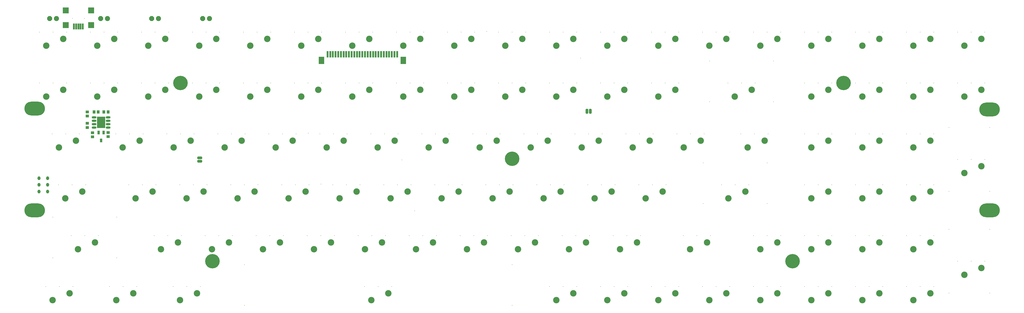
<source format=gbs>
G04 Layer_Color=16711935*
%FSLAX25Y25*%
%MOIN*%
G70*
G01*
G75*
G04:AMPARAMS|DCode=40|XSize=39.5mil|YSize=70.99mil|CornerRadius=11.87mil|HoleSize=0mil|Usage=FLASHONLY|Rotation=0.000|XOffset=0mil|YOffset=0mil|HoleType=Round|Shape=RoundedRectangle|*
%AMROUNDEDRECTD40*
21,1,0.03950,0.04724,0,0,0.0*
21,1,0.01575,0.07099,0,0,0.0*
1,1,0.02375,0.00787,-0.02362*
1,1,0.02375,-0.00787,-0.02362*
1,1,0.02375,-0.00787,0.02362*
1,1,0.02375,0.00787,0.02362*
%
%ADD40ROUNDEDRECTD40*%
G04:AMPARAMS|DCode=41|XSize=39.5mil|YSize=70.99mil|CornerRadius=11.87mil|HoleSize=0mil|Usage=FLASHONLY|Rotation=90.000|XOffset=0mil|YOffset=0mil|HoleType=Round|Shape=RoundedRectangle|*
%AMROUNDEDRECTD41*
21,1,0.03950,0.04724,0,0,90.0*
21,1,0.01575,0.07099,0,0,90.0*
1,1,0.02375,0.02362,0.00787*
1,1,0.02375,0.02362,-0.00787*
1,1,0.02375,-0.02362,-0.00787*
1,1,0.02375,-0.02362,0.00787*
%
%ADD41ROUNDEDRECTD41*%
%ADD42C,0.00800*%
%ADD43R,0.04068X0.04068*%
%ADD44C,0.04068*%
%ADD46O,0.04343X0.05524*%
%ADD47R,0.04068X0.04068*%
%ADD48C,0.21272*%
%ADD49O,0.30328X0.20485*%
%ADD50C,0.09461*%
%ADD51P,0.08110X8X22.5*%
%ADD52C,0.07493*%
%ADD53R,0.08674X0.08674*%
%ADD54R,0.08674X0.08800*%
%ADD55R,0.02847X0.08674*%
%ADD56R,0.04658X0.04461*%
%ADD57R,0.03359X0.05328*%
%ADD58R,0.04461X0.04658*%
%ADD59O,0.07099X0.03162*%
%ADD60R,0.12217X0.16548*%
%ADD61R,0.07887X0.11036*%
%ADD62R,0.03162X0.09461*%
D40*
X826700Y293700D02*
D03*
X821779D02*
D03*
D41*
X252600Y220079D02*
D03*
Y225000D02*
D03*
D42*
X674615Y411236D02*
D03*
X812410Y371866D02*
D03*
X549909Y221861D02*
D03*
X568665Y146866D02*
D03*
X430870Y186236D02*
D03*
X412114Y261231D02*
D03*
X82711Y430615D02*
D03*
X65389D02*
D03*
X318062Y67732D02*
D03*
Y7732D02*
D03*
X711765D02*
D03*
Y67732D02*
D03*
X1414281Y269609D02*
D03*
X1354281D02*
D03*
Y175613D02*
D03*
X1414281D02*
D03*
Y119632D02*
D03*
X1354281D02*
D03*
Y25636D02*
D03*
X1414281D02*
D03*
X1096278Y307732D02*
D03*
Y367732D02*
D03*
X1002282D02*
D03*
Y307732D02*
D03*
X1086902Y157732D02*
D03*
Y217732D02*
D03*
X992906D02*
D03*
Y157732D02*
D03*
X36657Y137732D02*
D03*
Y77732D02*
D03*
X130653D02*
D03*
Y137732D02*
D03*
X956782Y35232D02*
D03*
X916782D02*
D03*
X936782D02*
D03*
X806782D02*
D03*
X766782D02*
D03*
X786782D02*
D03*
X956783Y335232D02*
D03*
X916783D02*
D03*
X936783D02*
D03*
X881783D02*
D03*
X841783D02*
D03*
X861783D02*
D03*
X825537Y110232D02*
D03*
X785537D02*
D03*
X805537D02*
D03*
X900537D02*
D03*
X860537D02*
D03*
X880537D02*
D03*
X806783Y335232D02*
D03*
X766783D02*
D03*
X786783D02*
D03*
X131783D02*
D03*
X91783D02*
D03*
X111783D02*
D03*
X206783D02*
D03*
X166783D02*
D03*
X186783D02*
D03*
X281783D02*
D03*
X241783D02*
D03*
X261783D02*
D03*
X356783D02*
D03*
X316783D02*
D03*
X336783D02*
D03*
X431783D02*
D03*
X391783D02*
D03*
X411783D02*
D03*
X506783D02*
D03*
X466783D02*
D03*
X486783D02*
D03*
X581783D02*
D03*
X541783D02*
D03*
X561783D02*
D03*
X656783D02*
D03*
X616783D02*
D03*
X636783D02*
D03*
X731783D02*
D03*
X691783D02*
D03*
X711783D02*
D03*
X919281Y260227D02*
D03*
X879282D02*
D03*
X899282D02*
D03*
X1088033D02*
D03*
X1048033D02*
D03*
X1068033D02*
D03*
X994282D02*
D03*
X954282D02*
D03*
X974282D02*
D03*
X253659Y35232D02*
D03*
X213659D02*
D03*
X233659D02*
D03*
X188037Y185232D02*
D03*
X148037D02*
D03*
X168036D02*
D03*
X1069282Y335232D02*
D03*
X1029282D02*
D03*
X1049282D02*
D03*
X525537Y110232D02*
D03*
X485537D02*
D03*
X505537D02*
D03*
X84911Y185232D02*
D03*
X44911D02*
D03*
X64911D02*
D03*
X375537Y110232D02*
D03*
X335537D02*
D03*
X355537D02*
D03*
X66158Y35232D02*
D03*
X26158D02*
D03*
X46158D02*
D03*
X1106782Y410232D02*
D03*
X1066782D02*
D03*
X1086782D02*
D03*
X1106782Y35232D02*
D03*
X1066782D02*
D03*
X1086782D02*
D03*
X338037Y185232D02*
D03*
X298037D02*
D03*
X318037D02*
D03*
X1256782Y410232D02*
D03*
X1216782D02*
D03*
X1236782D02*
D03*
X1059906Y185232D02*
D03*
X1019906D02*
D03*
X1039906D02*
D03*
X56783Y410232D02*
D03*
X16783D02*
D03*
X36783D02*
D03*
X319281Y260227D02*
D03*
X279281D02*
D03*
X299281D02*
D03*
X131783Y410232D02*
D03*
X91783D02*
D03*
X111783D02*
D03*
X206783D02*
D03*
X166783D02*
D03*
X186783D02*
D03*
X281783D02*
D03*
X241783D02*
D03*
X261783D02*
D03*
X356783D02*
D03*
X316783D02*
D03*
X336783D02*
D03*
X431783D02*
D03*
X391783D02*
D03*
X411783D02*
D03*
X506783D02*
D03*
X466783D02*
D03*
X486783D02*
D03*
X581783D02*
D03*
X541783D02*
D03*
X561783D02*
D03*
X656782D02*
D03*
X616783D02*
D03*
X636783D02*
D03*
X731782D02*
D03*
X691782D02*
D03*
X711782D02*
D03*
X806782D02*
D03*
X766782D02*
D03*
X786782D02*
D03*
X881782D02*
D03*
X841782D02*
D03*
X861782D02*
D03*
X956782D02*
D03*
X916782D02*
D03*
X936782D02*
D03*
X881782Y35232D02*
D03*
X841782D02*
D03*
X861782D02*
D03*
X413037Y185232D02*
D03*
X373037D02*
D03*
X393037D02*
D03*
X488037D02*
D03*
X448037D02*
D03*
X468037D02*
D03*
X1181782Y410232D02*
D03*
X1141782D02*
D03*
X1161782D02*
D03*
X563037Y185232D02*
D03*
X523037D02*
D03*
X543037D02*
D03*
X694281Y260227D02*
D03*
X654281D02*
D03*
X674281D02*
D03*
X638037Y185232D02*
D03*
X598037D02*
D03*
X618037D02*
D03*
X713037D02*
D03*
X673037D02*
D03*
X693037D02*
D03*
X1031782Y35232D02*
D03*
X991782D02*
D03*
X1011782D02*
D03*
X788037Y185232D02*
D03*
X748037D02*
D03*
X768037D02*
D03*
X675537Y110232D02*
D03*
X635537D02*
D03*
X655537D02*
D03*
X600537D02*
D03*
X560537D02*
D03*
X580537D02*
D03*
X1256782Y35232D02*
D03*
X1216782D02*
D03*
X1236782D02*
D03*
X1181782Y110232D02*
D03*
X1141782D02*
D03*
X1161782D02*
D03*
X1256782D02*
D03*
X1216782D02*
D03*
X1236782D02*
D03*
X1331782D02*
D03*
X1291782D02*
D03*
X1311782D02*
D03*
X1181782Y185232D02*
D03*
X1141782D02*
D03*
X1161782D02*
D03*
X1256782D02*
D03*
X1216782D02*
D03*
X1236782D02*
D03*
X1331782D02*
D03*
X1291782D02*
D03*
X1311782D02*
D03*
X1181782Y260232D02*
D03*
X1141782D02*
D03*
X1161782D02*
D03*
X1256782D02*
D03*
X1216782D02*
D03*
X1236782D02*
D03*
X1331782D02*
D03*
X1291782D02*
D03*
X1311782D02*
D03*
X1331782Y335232D02*
D03*
X1291782D02*
D03*
X1311782D02*
D03*
X1406781Y222613D02*
D03*
X1366781D02*
D03*
X1386781D02*
D03*
X1406782Y335232D02*
D03*
X1366782D02*
D03*
X1386782D02*
D03*
X1331782Y35232D02*
D03*
X1291782D02*
D03*
X1311782D02*
D03*
X1256782Y335232D02*
D03*
X1216782D02*
D03*
X1236782D02*
D03*
X1406781Y72636D02*
D03*
X1366781D02*
D03*
X1386781D02*
D03*
X1181782Y335232D02*
D03*
X1141782D02*
D03*
X1161782D02*
D03*
X769281Y260227D02*
D03*
X729281D02*
D03*
X749281D02*
D03*
X1406781Y410232D02*
D03*
X1366781D02*
D03*
X1386781D02*
D03*
X1331782Y410232D02*
D03*
X1291782D02*
D03*
X1311782D02*
D03*
X844281Y260227D02*
D03*
X804281D02*
D03*
X824281D02*
D03*
X169281D02*
D03*
X129281D02*
D03*
X149281D02*
D03*
X1181782Y35232D02*
D03*
X1141782D02*
D03*
X1161782D02*
D03*
X394281Y260227D02*
D03*
X354281D02*
D03*
X374281D02*
D03*
X103653Y110232D02*
D03*
X63653D02*
D03*
X83653D02*
D03*
X1003654D02*
D03*
X963654D02*
D03*
X983654D02*
D03*
X534911Y35232D02*
D03*
X494911D02*
D03*
X514912D02*
D03*
X263037Y185232D02*
D03*
X223037D02*
D03*
X243037D02*
D03*
X469281Y260227D02*
D03*
X429281D02*
D03*
X449281D02*
D03*
X1106782Y110232D02*
D03*
X1066782D02*
D03*
X1086782D02*
D03*
X619281Y260227D02*
D03*
X579281D02*
D03*
X599281D02*
D03*
X450537Y110232D02*
D03*
X410537D02*
D03*
X430537D02*
D03*
X159909Y35232D02*
D03*
X119909D02*
D03*
X139909D02*
D03*
X244281Y260227D02*
D03*
X204281D02*
D03*
X224281D02*
D03*
X300537Y110232D02*
D03*
X260537D02*
D03*
X280537D02*
D03*
X544281Y260227D02*
D03*
X504281D02*
D03*
X524281D02*
D03*
X225536Y110232D02*
D03*
X185537D02*
D03*
X205537D02*
D03*
X56783Y335232D02*
D03*
X16783D02*
D03*
X36783D02*
D03*
X750537Y110232D02*
D03*
X710537D02*
D03*
X730537D02*
D03*
X75536Y260227D02*
D03*
X35536D02*
D03*
X55536D02*
D03*
X1031782Y410232D02*
D03*
X991782D02*
D03*
X1011782D02*
D03*
X863037Y185232D02*
D03*
X823037D02*
D03*
X843037D02*
D03*
X938037D02*
D03*
X898037D02*
D03*
X918037D02*
D03*
D43*
X252600Y220079D02*
D03*
D44*
Y225000D02*
D03*
X821779Y293700D02*
D03*
D46*
X16235Y195075D02*
D03*
Y185232D02*
D03*
Y175390D02*
D03*
X28833Y175390D02*
D03*
Y185232D02*
D03*
Y195075D02*
D03*
D47*
X826700Y293700D02*
D03*
D48*
X224281Y335232D02*
D03*
X271156Y72733D02*
D03*
X711789Y223556D02*
D03*
X1124282Y72733D02*
D03*
X1199282Y335232D02*
D03*
D49*
X9867Y147719D02*
D03*
Y297730D02*
D03*
X1413709Y147722D02*
D03*
Y296421D02*
D03*
D50*
X951782Y25232D02*
D03*
X926782Y15232D02*
D03*
X801782Y25232D02*
D03*
X776782Y15232D02*
D03*
X951783Y325232D02*
D03*
X926783Y315232D02*
D03*
X876783Y325232D02*
D03*
X851783Y315232D02*
D03*
X820537Y100232D02*
D03*
X795537Y90232D02*
D03*
X895537Y100232D02*
D03*
X870537Y90232D02*
D03*
X801783Y325232D02*
D03*
X776783Y315232D02*
D03*
X126783Y325232D02*
D03*
X101783Y315232D02*
D03*
X201783Y325232D02*
D03*
X176783Y315232D02*
D03*
X276783Y325232D02*
D03*
X251783Y315232D02*
D03*
X351783Y325232D02*
D03*
X326783Y315232D02*
D03*
X426783Y325232D02*
D03*
X401783Y315232D02*
D03*
X501783Y325232D02*
D03*
X476783Y315232D02*
D03*
X576783Y325232D02*
D03*
X551783Y315232D02*
D03*
X651783Y325232D02*
D03*
X626783Y315232D02*
D03*
X726783Y325232D02*
D03*
X701783Y315232D02*
D03*
X914281Y250227D02*
D03*
X889281Y240227D02*
D03*
X1083033Y250227D02*
D03*
X1058033Y240227D02*
D03*
X989282Y250227D02*
D03*
X964282Y240227D02*
D03*
X248659Y25232D02*
D03*
X223659Y15232D02*
D03*
X183036Y175232D02*
D03*
X158036Y165232D02*
D03*
X1064282Y325232D02*
D03*
X1039282Y315232D02*
D03*
X520537Y100232D02*
D03*
X495537Y90232D02*
D03*
X79911Y175232D02*
D03*
X54911Y165232D02*
D03*
X370537Y100232D02*
D03*
X345537Y90232D02*
D03*
X61159Y25232D02*
D03*
X36158Y15232D02*
D03*
X1101782Y400232D02*
D03*
X1076782Y390232D02*
D03*
X1101782Y25232D02*
D03*
X1076782Y15232D02*
D03*
X333037Y175232D02*
D03*
X308037Y165232D02*
D03*
X1251782Y400232D02*
D03*
X1226782Y390232D02*
D03*
X1054906Y175232D02*
D03*
X1029906Y165232D02*
D03*
X51783Y400232D02*
D03*
X26783Y390232D02*
D03*
X314281Y250227D02*
D03*
X289281Y240227D02*
D03*
X126783Y400232D02*
D03*
X101783Y390232D02*
D03*
X201783Y400232D02*
D03*
X176783Y390232D02*
D03*
X276783Y400232D02*
D03*
X251783Y390232D02*
D03*
X351783Y400232D02*
D03*
X326783Y390232D02*
D03*
X426783Y400232D02*
D03*
X401783Y390232D02*
D03*
X501783Y400232D02*
D03*
X476783Y390232D02*
D03*
X576783Y400232D02*
D03*
X551783Y390232D02*
D03*
X651783Y400232D02*
D03*
X626783Y390232D02*
D03*
X726782Y400232D02*
D03*
X701782Y390232D02*
D03*
X801782Y400232D02*
D03*
X776782Y390232D02*
D03*
X876782Y400232D02*
D03*
X851782Y390232D02*
D03*
X951782Y400232D02*
D03*
X926782Y390232D02*
D03*
X876782Y25232D02*
D03*
X851782Y15232D02*
D03*
X408037Y175232D02*
D03*
X383037Y165232D02*
D03*
X483037Y175232D02*
D03*
X458037Y165232D02*
D03*
X1176782Y400232D02*
D03*
X1151782Y390232D02*
D03*
X558037Y175232D02*
D03*
X533037Y165232D02*
D03*
X689281Y250227D02*
D03*
X664281Y240227D02*
D03*
X633037Y175232D02*
D03*
X608037Y165232D02*
D03*
X708037Y175232D02*
D03*
X683037Y165232D02*
D03*
X1026782Y25232D02*
D03*
X1001782Y15232D02*
D03*
X783037Y175232D02*
D03*
X758037Y165232D02*
D03*
X670537Y100232D02*
D03*
X645537Y90232D02*
D03*
X595537Y100232D02*
D03*
X570537Y90232D02*
D03*
X1251782Y25232D02*
D03*
X1226782Y15232D02*
D03*
X1176782Y100232D02*
D03*
X1151782Y90232D02*
D03*
X1251782Y100232D02*
D03*
X1226782Y90232D02*
D03*
X1326782Y100232D02*
D03*
X1301782Y90232D02*
D03*
X1176782Y175232D02*
D03*
X1151782Y165232D02*
D03*
X1251782Y175232D02*
D03*
X1226782Y165232D02*
D03*
X1326782Y175232D02*
D03*
X1301782Y165232D02*
D03*
X1176782Y250232D02*
D03*
X1151782Y240232D02*
D03*
X1251782Y250232D02*
D03*
X1226782Y240232D02*
D03*
X1326782Y250232D02*
D03*
X1301782Y240232D02*
D03*
X1326782Y325232D02*
D03*
X1301782Y315232D02*
D03*
X1401781Y212613D02*
D03*
X1376781Y202613D02*
D03*
X1401782Y325232D02*
D03*
X1376782Y315232D02*
D03*
X1326782Y25232D02*
D03*
X1301782Y15232D02*
D03*
X1251782Y325232D02*
D03*
X1226782Y315232D02*
D03*
X1401781Y62636D02*
D03*
X1376781Y52636D02*
D03*
X1176782Y325232D02*
D03*
X1151782Y315232D02*
D03*
X764281Y250227D02*
D03*
X739281Y240227D02*
D03*
X1401781Y400232D02*
D03*
X1376781Y390232D02*
D03*
X1326782Y400232D02*
D03*
X1301782Y390232D02*
D03*
X839281Y250227D02*
D03*
X814281Y240227D02*
D03*
X164281Y250227D02*
D03*
X139281Y240227D02*
D03*
X1176782Y25232D02*
D03*
X1151782Y15232D02*
D03*
X389281Y250227D02*
D03*
X364281Y240227D02*
D03*
X98653Y100232D02*
D03*
X73653Y90232D02*
D03*
X998654Y100232D02*
D03*
X973654Y90232D02*
D03*
X529912Y25232D02*
D03*
X504912Y15232D02*
D03*
X258037Y175232D02*
D03*
X233037Y165232D02*
D03*
X464281Y250227D02*
D03*
X439281Y240227D02*
D03*
X1101782Y100232D02*
D03*
X1076782Y90232D02*
D03*
X614281Y250227D02*
D03*
X589281Y240227D02*
D03*
X445537Y100232D02*
D03*
X420537Y90232D02*
D03*
X154909Y25232D02*
D03*
X129909Y15232D02*
D03*
X239281Y250227D02*
D03*
X214281Y240227D02*
D03*
X295537Y100232D02*
D03*
X270537Y90232D02*
D03*
X539281Y250227D02*
D03*
X514281Y240227D02*
D03*
X220536Y100232D02*
D03*
X195536Y90232D02*
D03*
X51783Y325232D02*
D03*
X26783Y315232D02*
D03*
X745537Y100232D02*
D03*
X720537Y90232D02*
D03*
X70536Y250227D02*
D03*
X45536Y240227D02*
D03*
X1026782Y400232D02*
D03*
X1001782Y390232D02*
D03*
X858037Y175232D02*
D03*
X833037Y165232D02*
D03*
X933037Y175232D02*
D03*
X908037Y165232D02*
D03*
D51*
X31783Y430232D02*
D03*
X106783D02*
D03*
X181783D02*
D03*
X256783D02*
D03*
D52*
X41783D02*
D03*
X116783D02*
D03*
X191783D02*
D03*
X266783D02*
D03*
D53*
X55365Y420835D02*
D03*
Y442426D02*
D03*
D54*
X92735Y420772D02*
D03*
Y442426D02*
D03*
D55*
X77250Y418656D02*
D03*
X74050D02*
D03*
X70850D02*
D03*
X67650D02*
D03*
X80450D02*
D03*
D56*
X87100Y275863D02*
D03*
Y269800D02*
D03*
X117736Y256376D02*
D03*
Y262439D02*
D03*
X95000Y262163D02*
D03*
Y256100D02*
D03*
X87100Y286637D02*
D03*
X87100Y292700D02*
D03*
D57*
X103760Y262439D02*
D03*
X111240D02*
D03*
X107500Y250824D02*
D03*
D58*
X103327Y292700D02*
D03*
X97264Y292700D02*
D03*
X111673Y292700D02*
D03*
X117736Y292700D02*
D03*
D59*
X97264Y269800D02*
D03*
Y274800D02*
D03*
Y279800D02*
D03*
Y284800D02*
D03*
X117736Y269800D02*
D03*
Y274800D02*
D03*
Y279800D02*
D03*
Y284800D02*
D03*
D60*
X107500Y277300D02*
D03*
D61*
X551836Y368548D02*
D03*
X431364D02*
D03*
D62*
X440419Y377800D02*
D03*
X444356D02*
D03*
X448293D02*
D03*
X452230D02*
D03*
X456167D02*
D03*
X460104D02*
D03*
X464041D02*
D03*
X467978D02*
D03*
X471915D02*
D03*
X475852D02*
D03*
X479789D02*
D03*
X483726D02*
D03*
X487663D02*
D03*
X491600D02*
D03*
X495537D02*
D03*
X499474D02*
D03*
X503411D02*
D03*
X507348D02*
D03*
X511285D02*
D03*
X515222D02*
D03*
X519159D02*
D03*
X523096D02*
D03*
X527033D02*
D03*
X530970D02*
D03*
X534907D02*
D03*
X538844D02*
D03*
X542781D02*
D03*
M02*

</source>
